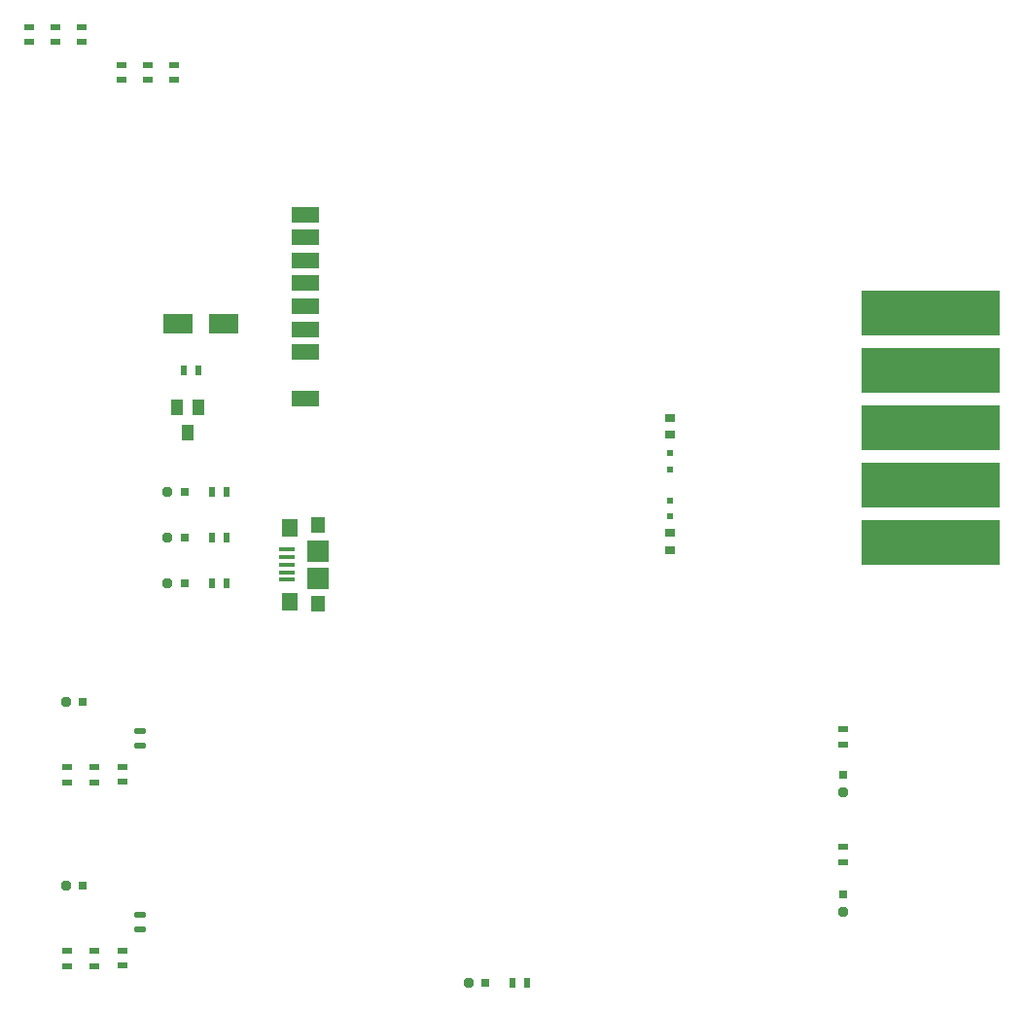
<source format=gtp>
G04*
G04 #@! TF.GenerationSoftware,Altium Limited,Altium Designer,20.1.8 (145)*
G04*
G04 Layer_Color=8421504*
%FSLAX25Y25*%
%MOIN*%
G70*
G04*
G04 #@! TF.SameCoordinates,B35A1E83-565F-458B-9861-D0C388072C63*
G04*
G04*
G04 #@! TF.FilePolarity,Positive*
G04*
G01*
G75*
%ADD14R,0.03740X0.01968*%
%ADD15R,0.03150X0.03150*%
G04:AMPARAMS|DCode=16|XSize=31.5mil|YSize=31.5mil|CornerRadius=7.87mil|HoleSize=0mil|Usage=FLASHONLY|Rotation=90.000|XOffset=0mil|YOffset=0mil|HoleType=Round|Shape=RoundedRectangle|*
%AMROUNDEDRECTD16*
21,1,0.03150,0.01575,0,0,90.0*
21,1,0.01575,0.03150,0,0,90.0*
1,1,0.01575,0.00787,0.00787*
1,1,0.01575,0.00787,-0.00787*
1,1,0.01575,-0.00787,-0.00787*
1,1,0.01575,-0.00787,0.00787*
%
%ADD16ROUNDEDRECTD16*%
%ADD17R,0.47244X0.15748*%
%ADD18R,0.01968X0.03740*%
%ADD19R,0.03150X0.03150*%
G04:AMPARAMS|DCode=20|XSize=31.5mil|YSize=31.5mil|CornerRadius=7.87mil|HoleSize=0mil|Usage=FLASHONLY|Rotation=0.000|XOffset=0mil|YOffset=0mil|HoleType=Round|Shape=RoundedRectangle|*
%AMROUNDEDRECTD20*
21,1,0.03150,0.01575,0,0,0.0*
21,1,0.01575,0.03150,0,0,0.0*
1,1,0.01575,0.00787,-0.00787*
1,1,0.01575,-0.00787,-0.00787*
1,1,0.01575,-0.00787,0.00787*
1,1,0.01575,0.00787,0.00787*
%
%ADD20ROUNDEDRECTD20*%
%ADD21R,0.09567X0.05236*%
%ADD22R,0.09843X0.06693*%
%ADD23R,0.03937X0.05512*%
%ADD24R,0.05315X0.01575*%
%ADD25R,0.05512X0.06299*%
%ADD26R,0.05118X0.05709*%
%ADD27R,0.07480X0.07480*%
%ADD29R,0.02362X0.02362*%
%ADD30R,0.03543X0.02756*%
%ADD31R,0.03543X0.01968*%
G04:AMPARAMS|DCode=32|XSize=19.68mil|YSize=37.4mil|CornerRadius=4.92mil|HoleSize=0mil|Usage=FLASHONLY|Rotation=270.000|XOffset=0mil|YOffset=0mil|HoleType=Round|Shape=RoundedRectangle|*
%AMROUNDEDRECTD32*
21,1,0.01968,0.02756,0,0,270.0*
21,1,0.00984,0.03740,0,0,270.0*
1,1,0.00984,-0.01378,-0.00492*
1,1,0.00984,-0.01378,0.00492*
1,1,0.00984,0.01378,0.00492*
1,1,0.00984,0.01378,-0.00492*
%
%ADD32ROUNDEDRECTD32*%
D14*
X301772Y96260D02*
D03*
Y91142D02*
D03*
Y55905D02*
D03*
Y50787D02*
D03*
X41000Y332028D02*
D03*
Y337146D02*
D03*
X54669Y324146D02*
D03*
Y319028D02*
D03*
X54724Y78150D02*
D03*
Y83268D02*
D03*
X35827Y83161D02*
D03*
Y78043D02*
D03*
X45276Y78043D02*
D03*
Y83161D02*
D03*
X54724Y15157D02*
D03*
Y20276D02*
D03*
X35827Y20169D02*
D03*
Y15051D02*
D03*
X45276Y15051D02*
D03*
Y20169D02*
D03*
D15*
X301772Y80709D02*
D03*
Y39567D02*
D03*
D16*
Y74803D02*
D03*
Y33661D02*
D03*
D17*
X332004Y160339D02*
D03*
Y180024D02*
D03*
Y199709D02*
D03*
Y219394D02*
D03*
Y239079D02*
D03*
D18*
X193504Y9449D02*
D03*
X188386D02*
D03*
X90638Y161953D02*
D03*
X85520D02*
D03*
X90638Y146402D02*
D03*
X85520D02*
D03*
X80992Y219236D02*
D03*
X75874D02*
D03*
X85520Y177504D02*
D03*
X90638D02*
D03*
D19*
X179331Y9449D02*
D03*
X76268Y161953D02*
D03*
Y146402D02*
D03*
Y177504D02*
D03*
X41339Y105799D02*
D03*
X41339Y42807D02*
D03*
D20*
X173425Y9449D02*
D03*
X70362Y161953D02*
D03*
Y146402D02*
D03*
Y177504D02*
D03*
X35433Y105799D02*
D03*
X35433Y42807D02*
D03*
D21*
X117409Y241283D02*
D03*
Y209787D02*
D03*
Y272780D02*
D03*
Y264906D02*
D03*
Y257031D02*
D03*
Y249158D02*
D03*
Y233410D02*
D03*
Y225535D02*
D03*
D22*
X73709Y235378D02*
D03*
X89457D02*
D03*
D23*
X73512Y206638D02*
D03*
X77252Y197976D02*
D03*
X80992Y206638D02*
D03*
D24*
X111209Y147583D02*
D03*
Y150142D02*
D03*
Y152701D02*
D03*
Y155260D02*
D03*
Y157819D02*
D03*
D25*
X112094Y140102D02*
D03*
Y165299D02*
D03*
D26*
X121740Y139217D02*
D03*
Y166185D02*
D03*
D27*
Y147976D02*
D03*
Y157425D02*
D03*
D29*
X242559Y185441D02*
D03*
Y190953D02*
D03*
X242480Y174811D02*
D03*
Y169299D02*
D03*
D30*
X242520Y203112D02*
D03*
Y197206D02*
D03*
X242520Y163591D02*
D03*
Y157685D02*
D03*
D31*
X23000Y337146D02*
D03*
Y332028D02*
D03*
X32000Y337146D02*
D03*
Y332028D02*
D03*
X72669Y319028D02*
D03*
Y324146D02*
D03*
X63669Y319028D02*
D03*
Y324146D02*
D03*
D32*
X61023Y95686D02*
D03*
Y90568D02*
D03*
X61024Y32694D02*
D03*
Y27576D02*
D03*
M02*

</source>
